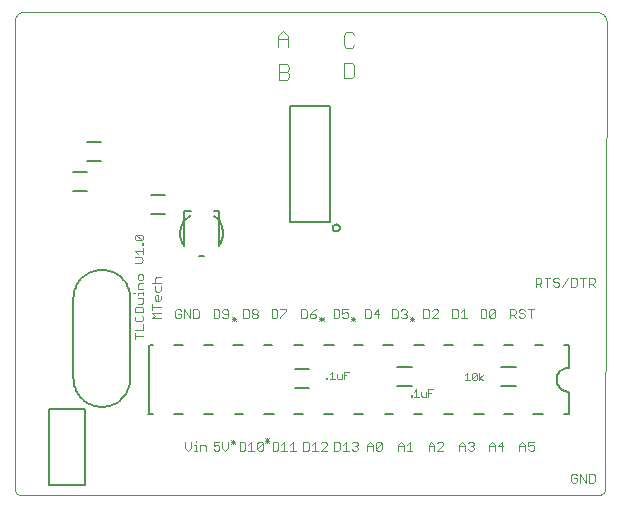
<source format=gto>
G75*
G70*
%OFA0B0*%
%FSLAX24Y24*%
%IPPOS*%
%LPD*%
%AMOC8*
5,1,8,0,0,1.08239X$1,22.5*
%
%ADD10C,0.0000*%
%ADD11C,0.0030*%
%ADD12C,0.0020*%
%ADD13C,0.0040*%
%ADD14C,0.0060*%
%ADD15C,0.0050*%
D10*
X002348Y003185D02*
X021596Y003185D01*
X021596Y003184D02*
X021625Y003181D01*
X021654Y003182D01*
X021683Y003186D01*
X021711Y003193D01*
X021739Y003204D01*
X021764Y003218D01*
X021788Y003235D01*
X021810Y003255D01*
X021829Y003278D01*
X021845Y003302D01*
X021858Y003328D01*
X021868Y003356D01*
X021875Y003385D01*
X021874Y003385D02*
X021914Y018935D01*
X021913Y018970D01*
X021909Y019004D01*
X021901Y019037D01*
X021890Y019070D01*
X021875Y019101D01*
X021857Y019131D01*
X021836Y019158D01*
X021813Y019183D01*
X021787Y019206D01*
X021759Y019225D01*
X021728Y019242D01*
X021697Y019255D01*
X021664Y019265D01*
X021630Y019272D01*
X021595Y019275D01*
X002456Y019275D01*
X002425Y019272D01*
X002394Y019265D01*
X002364Y019255D01*
X002335Y019241D01*
X002309Y019224D01*
X002284Y019204D01*
X002262Y019182D01*
X002243Y019156D01*
X002227Y019129D01*
X002214Y019100D01*
X002205Y019070D01*
X002199Y019039D01*
X002197Y019008D01*
X002187Y003394D01*
X002188Y003394D02*
X002186Y003370D01*
X002187Y003345D01*
X002192Y003321D01*
X002199Y003298D01*
X002210Y003276D01*
X002224Y003255D01*
X002240Y003237D01*
X002258Y003221D01*
X002279Y003207D01*
X002301Y003197D01*
X002324Y003189D01*
X002348Y003185D01*
D11*
X007867Y004753D02*
X007964Y004657D01*
X008061Y004753D01*
X008061Y004947D01*
X008162Y004850D02*
X008210Y004850D01*
X008210Y004657D01*
X008162Y004657D02*
X008259Y004657D01*
X008359Y004657D02*
X008359Y004850D01*
X008504Y004850D01*
X008552Y004802D01*
X008552Y004657D01*
X008812Y004705D02*
X008861Y004657D01*
X008957Y004657D01*
X009006Y004705D01*
X009006Y004802D01*
X008957Y004850D01*
X008909Y004850D01*
X008812Y004802D01*
X008812Y004947D01*
X009006Y004947D01*
X009107Y004947D02*
X009107Y004753D01*
X009204Y004657D01*
X009300Y004753D01*
X009300Y004947D01*
X009678Y004947D02*
X009678Y004657D01*
X009824Y004657D01*
X009872Y004705D01*
X009872Y004898D01*
X009824Y004947D01*
X009678Y004947D01*
X009973Y004850D02*
X010070Y004947D01*
X010070Y004657D01*
X009973Y004657D02*
X010167Y004657D01*
X010268Y004705D02*
X010461Y004898D01*
X010461Y004705D01*
X010413Y004657D01*
X010316Y004657D01*
X010268Y004705D01*
X010268Y004898D01*
X010316Y004947D01*
X010413Y004947D01*
X010461Y004898D01*
X010781Y004947D02*
X010781Y004657D01*
X010926Y004657D01*
X010974Y004705D01*
X010974Y004898D01*
X010926Y004947D01*
X010781Y004947D01*
X011075Y004850D02*
X011172Y004947D01*
X011172Y004657D01*
X011075Y004657D02*
X011269Y004657D01*
X011370Y004657D02*
X011564Y004657D01*
X011467Y004657D02*
X011467Y004947D01*
X011370Y004850D01*
X011804Y004947D02*
X011804Y004657D01*
X011950Y004657D01*
X011998Y004705D01*
X011998Y004898D01*
X011950Y004947D01*
X011804Y004947D01*
X012099Y004850D02*
X012196Y004947D01*
X012196Y004657D01*
X012099Y004657D02*
X012293Y004657D01*
X012394Y004657D02*
X012587Y004850D01*
X012587Y004898D01*
X012539Y004947D01*
X012442Y004947D01*
X012394Y004898D01*
X012394Y004657D02*
X012587Y004657D01*
X012828Y004657D02*
X012828Y004947D01*
X012973Y004947D01*
X013022Y004898D01*
X013022Y004705D01*
X012973Y004657D01*
X012828Y004657D01*
X013123Y004657D02*
X013316Y004657D01*
X013219Y004657D02*
X013219Y004947D01*
X013123Y004850D01*
X013417Y004898D02*
X013466Y004947D01*
X013562Y004947D01*
X013611Y004898D01*
X013611Y004850D01*
X013562Y004802D01*
X013611Y004753D01*
X013611Y004705D01*
X013562Y004657D01*
X013466Y004657D01*
X013417Y004705D01*
X013514Y004802D02*
X013562Y004802D01*
X013930Y004802D02*
X014124Y004802D01*
X014124Y004850D02*
X014124Y004657D01*
X014225Y004705D02*
X014419Y004898D01*
X014419Y004705D01*
X014370Y004657D01*
X014273Y004657D01*
X014225Y004705D01*
X014225Y004898D01*
X014273Y004947D01*
X014370Y004947D01*
X014419Y004898D01*
X014124Y004850D02*
X014027Y004947D01*
X013930Y004850D01*
X013930Y004657D01*
X014954Y004657D02*
X014954Y004850D01*
X015051Y004947D01*
X015148Y004850D01*
X015148Y004657D01*
X015249Y004657D02*
X015442Y004657D01*
X015345Y004657D02*
X015345Y004947D01*
X015249Y004850D01*
X015148Y004802D02*
X014954Y004802D01*
X015978Y004802D02*
X016171Y004802D01*
X016171Y004850D02*
X016171Y004657D01*
X016272Y004657D02*
X016466Y004850D01*
X016466Y004898D01*
X016417Y004947D01*
X016321Y004947D01*
X016272Y004898D01*
X016171Y004850D02*
X016074Y004947D01*
X015978Y004850D01*
X015978Y004657D01*
X016272Y004657D02*
X016466Y004657D01*
X017001Y004657D02*
X017001Y004850D01*
X017098Y004947D01*
X017195Y004850D01*
X017195Y004657D01*
X017296Y004705D02*
X017344Y004657D01*
X017441Y004657D01*
X017489Y004705D01*
X017489Y004753D01*
X017441Y004802D01*
X017393Y004802D01*
X017441Y004802D02*
X017489Y004850D01*
X017489Y004898D01*
X017441Y004947D01*
X017344Y004947D01*
X017296Y004898D01*
X017195Y004802D02*
X017001Y004802D01*
X017986Y004802D02*
X018179Y004802D01*
X018179Y004850D02*
X018179Y004657D01*
X018280Y004802D02*
X018474Y004802D01*
X018425Y004947D02*
X018280Y004802D01*
X018179Y004850D02*
X018082Y004947D01*
X017986Y004850D01*
X017986Y004657D01*
X018425Y004657D02*
X018425Y004947D01*
X019009Y004850D02*
X019009Y004657D01*
X019009Y004802D02*
X019203Y004802D01*
X019203Y004850D02*
X019203Y004657D01*
X019304Y004705D02*
X019352Y004657D01*
X019449Y004657D01*
X019497Y004705D01*
X019497Y004802D01*
X019449Y004850D01*
X019401Y004850D01*
X019304Y004802D01*
X019304Y004947D01*
X019497Y004947D01*
X019203Y004850D02*
X019106Y004947D01*
X019009Y004850D01*
X020728Y003830D02*
X020728Y003637D01*
X020776Y003589D01*
X020873Y003589D01*
X020921Y003637D01*
X020921Y003734D01*
X020824Y003734D01*
X020728Y003830D02*
X020776Y003879D01*
X020873Y003879D01*
X020921Y003830D01*
X021022Y003879D02*
X021216Y003589D01*
X021216Y003879D01*
X021317Y003879D02*
X021462Y003879D01*
X021510Y003830D01*
X021510Y003637D01*
X021462Y003589D01*
X021317Y003589D01*
X021317Y003879D01*
X021022Y003879D02*
X021022Y003589D01*
X019380Y009084D02*
X019380Y009374D01*
X019284Y009374D02*
X019477Y009374D01*
X019182Y009326D02*
X019134Y009374D01*
X019037Y009374D01*
X018989Y009326D01*
X018989Y009278D01*
X019037Y009229D01*
X019134Y009229D01*
X019182Y009181D01*
X019182Y009132D01*
X019134Y009084D01*
X019037Y009084D01*
X018989Y009132D01*
X018888Y009084D02*
X018791Y009181D01*
X018839Y009181D02*
X018694Y009181D01*
X018694Y009084D02*
X018694Y009374D01*
X018839Y009374D01*
X018888Y009326D01*
X018888Y009229D01*
X018839Y009181D01*
X018199Y009127D02*
X018151Y009079D01*
X018054Y009079D01*
X018006Y009127D01*
X018199Y009321D01*
X018199Y009127D01*
X018006Y009127D02*
X018006Y009321D01*
X018054Y009369D01*
X018151Y009369D01*
X018199Y009321D01*
X017905Y009321D02*
X017856Y009369D01*
X017711Y009369D01*
X017711Y009079D01*
X017856Y009079D01*
X017905Y009127D01*
X017905Y009321D01*
X017254Y009079D02*
X017061Y009079D01*
X017158Y009079D02*
X017158Y009369D01*
X017061Y009273D01*
X016960Y009321D02*
X016911Y009369D01*
X016766Y009369D01*
X016766Y009079D01*
X016911Y009079D01*
X016960Y009127D01*
X016960Y009321D01*
X016291Y009321D02*
X016243Y009369D01*
X016146Y009369D01*
X016098Y009321D01*
X015997Y009321D02*
X015948Y009369D01*
X015803Y009369D01*
X015803Y009079D01*
X015948Y009079D01*
X015997Y009127D01*
X015997Y009321D01*
X016098Y009079D02*
X016291Y009273D01*
X016291Y009321D01*
X016291Y009079D02*
X016098Y009079D01*
X015247Y009127D02*
X015198Y009079D01*
X015101Y009079D01*
X015053Y009127D01*
X014952Y009127D02*
X014952Y009321D01*
X014904Y009369D01*
X014758Y009369D01*
X014758Y009079D01*
X014904Y009079D01*
X014952Y009127D01*
X015053Y009321D02*
X015101Y009369D01*
X015198Y009369D01*
X015247Y009321D01*
X015247Y009273D01*
X015198Y009224D01*
X015247Y009176D01*
X015247Y009127D01*
X015198Y009224D02*
X015150Y009224D01*
X014341Y009224D02*
X014148Y009224D01*
X014293Y009369D01*
X014293Y009079D01*
X014046Y009127D02*
X014046Y009321D01*
X013998Y009369D01*
X013853Y009369D01*
X013853Y009079D01*
X013998Y009079D01*
X014046Y009127D01*
X013299Y009127D02*
X013251Y009079D01*
X013154Y009079D01*
X013106Y009127D01*
X013106Y009224D02*
X013203Y009273D01*
X013251Y009273D01*
X013299Y009224D01*
X013299Y009127D01*
X013106Y009224D02*
X013106Y009369D01*
X013299Y009369D01*
X013005Y009321D02*
X012956Y009369D01*
X012811Y009369D01*
X012811Y009079D01*
X012956Y009079D01*
X013005Y009127D01*
X013005Y009321D01*
X012215Y009369D02*
X012118Y009321D01*
X012022Y009224D01*
X012167Y009224D01*
X012215Y009176D01*
X012215Y009127D01*
X012167Y009079D01*
X012070Y009079D01*
X012022Y009127D01*
X012022Y009224D01*
X011920Y009127D02*
X011920Y009321D01*
X011872Y009369D01*
X011727Y009369D01*
X011727Y009079D01*
X011872Y009079D01*
X011920Y009127D01*
X011231Y009321D02*
X011037Y009127D01*
X011037Y009079D01*
X010936Y009127D02*
X010936Y009321D01*
X010888Y009369D01*
X010743Y009369D01*
X010743Y009079D01*
X010888Y009079D01*
X010936Y009127D01*
X011037Y009369D02*
X011231Y009369D01*
X011231Y009321D01*
X010286Y009321D02*
X010286Y009273D01*
X010238Y009224D01*
X010141Y009224D01*
X010092Y009273D01*
X010092Y009321D01*
X010141Y009369D01*
X010238Y009369D01*
X010286Y009321D01*
X010238Y009224D02*
X010286Y009176D01*
X010286Y009127D01*
X010238Y009079D01*
X010141Y009079D01*
X010092Y009127D01*
X010092Y009176D01*
X010141Y009224D01*
X009991Y009127D02*
X009991Y009321D01*
X009943Y009369D01*
X009798Y009369D01*
X009798Y009079D01*
X009943Y009079D01*
X009991Y009127D01*
X009302Y009127D02*
X009253Y009079D01*
X009157Y009079D01*
X009108Y009127D01*
X009007Y009127D02*
X009007Y009321D01*
X008959Y009369D01*
X008814Y009369D01*
X008814Y009079D01*
X008959Y009079D01*
X009007Y009127D01*
X009108Y009273D02*
X009157Y009224D01*
X009302Y009224D01*
X009302Y009127D02*
X009302Y009321D01*
X009253Y009369D01*
X009157Y009369D01*
X009108Y009321D01*
X009108Y009273D01*
X008317Y009321D02*
X008269Y009369D01*
X008124Y009369D01*
X008124Y009079D01*
X008269Y009079D01*
X008317Y009127D01*
X008317Y009321D01*
X008023Y009369D02*
X008023Y009079D01*
X007829Y009369D01*
X007829Y009079D01*
X007728Y009127D02*
X007728Y009224D01*
X007631Y009224D01*
X007535Y009127D02*
X007583Y009079D01*
X007680Y009079D01*
X007728Y009127D01*
X007535Y009127D02*
X007535Y009321D01*
X007583Y009369D01*
X007680Y009369D01*
X007728Y009321D01*
X007050Y009258D02*
X006759Y009258D01*
X006856Y009161D01*
X006759Y009064D01*
X007050Y009064D01*
X007050Y009456D02*
X006759Y009456D01*
X006759Y009359D02*
X006759Y009553D01*
X006904Y009654D02*
X006856Y009702D01*
X006856Y009799D01*
X006904Y009847D01*
X006953Y009847D01*
X006953Y009654D01*
X007001Y009654D02*
X006904Y009654D01*
X007001Y009654D02*
X007050Y009702D01*
X007050Y009799D01*
X007001Y009948D02*
X006904Y009948D01*
X006856Y009997D01*
X006856Y010142D01*
X006904Y010243D02*
X006856Y010291D01*
X006856Y010388D01*
X006904Y010436D01*
X007050Y010436D01*
X007050Y010243D02*
X006759Y010243D01*
X006471Y010242D02*
X006326Y010242D01*
X006277Y010193D01*
X006277Y010048D01*
X006471Y010048D01*
X006471Y009949D02*
X006471Y009852D01*
X006471Y009900D02*
X006277Y009900D01*
X006277Y009852D01*
X006277Y009751D02*
X006471Y009751D01*
X006471Y009606D01*
X006422Y009557D01*
X006277Y009557D01*
X006229Y009456D02*
X006181Y009408D01*
X006181Y009263D01*
X006471Y009263D01*
X006471Y009408D01*
X006422Y009456D01*
X006229Y009456D01*
X006229Y009161D02*
X006181Y009113D01*
X006181Y009016D01*
X006229Y008968D01*
X006422Y008968D01*
X006471Y009016D01*
X006471Y009113D01*
X006422Y009161D01*
X006471Y008867D02*
X006471Y008673D01*
X006181Y008673D01*
X006181Y008572D02*
X006181Y008379D01*
X006181Y008475D02*
X006471Y008475D01*
X006181Y009900D02*
X006132Y009900D01*
X006326Y010343D02*
X006422Y010343D01*
X006471Y010391D01*
X006471Y010488D01*
X006422Y010536D01*
X006326Y010536D01*
X006277Y010488D01*
X006277Y010391D01*
X006326Y010343D01*
X006376Y010926D02*
X006183Y010926D01*
X006376Y010926D02*
X006473Y011023D01*
X006376Y011119D01*
X006183Y011119D01*
X006279Y011221D02*
X006183Y011317D01*
X006473Y011317D01*
X006473Y011221D02*
X006473Y011414D01*
X006473Y011515D02*
X006473Y011564D01*
X006425Y011564D01*
X006425Y011515D01*
X006473Y011515D01*
X006425Y011662D02*
X006231Y011856D01*
X006425Y011856D01*
X006473Y011808D01*
X006473Y011711D01*
X006425Y011662D01*
X006231Y011662D01*
X006183Y011711D01*
X006183Y011808D01*
X006231Y011856D01*
X007050Y010142D02*
X007050Y009997D01*
X007001Y009948D01*
X007867Y004947D02*
X007867Y004753D01*
X008210Y004947D02*
X008210Y004995D01*
X019549Y010124D02*
X019549Y010414D01*
X019694Y010414D01*
X019742Y010366D01*
X019742Y010269D01*
X019694Y010221D01*
X019549Y010221D01*
X019646Y010221D02*
X019742Y010124D01*
X019940Y010124D02*
X019940Y010414D01*
X019844Y010414D02*
X020037Y010414D01*
X020138Y010366D02*
X020138Y010317D01*
X020187Y010269D01*
X020283Y010269D01*
X020332Y010221D01*
X020332Y010172D01*
X020283Y010124D01*
X020187Y010124D01*
X020138Y010172D01*
X020138Y010366D02*
X020187Y010414D01*
X020283Y010414D01*
X020332Y010366D01*
X020433Y010124D02*
X020626Y010414D01*
X020728Y010414D02*
X020728Y010124D01*
X020873Y010124D01*
X020921Y010172D01*
X020921Y010366D01*
X020873Y010414D01*
X020728Y010414D01*
X021022Y010414D02*
X021216Y010414D01*
X021119Y010414D02*
X021119Y010124D01*
X021317Y010124D02*
X021317Y010414D01*
X021462Y010414D01*
X021510Y010366D01*
X021510Y010269D01*
X021462Y010221D01*
X021317Y010221D01*
X021414Y010221D02*
X021510Y010124D01*
D12*
X017782Y007163D02*
X017664Y007084D01*
X017782Y007006D01*
X017664Y007006D02*
X017664Y007242D01*
X017585Y007202D02*
X017428Y007045D01*
X017467Y007006D01*
X017546Y007006D01*
X017585Y007045D01*
X017585Y007202D01*
X017546Y007242D01*
X017467Y007242D01*
X017428Y007202D01*
X017428Y007045D01*
X017350Y007006D02*
X017192Y007006D01*
X017271Y007006D02*
X017271Y007242D01*
X017192Y007163D01*
X016122Y006697D02*
X015965Y006697D01*
X015965Y006461D01*
X015887Y006461D02*
X015887Y006618D01*
X015965Y006579D02*
X016044Y006579D01*
X015887Y006461D02*
X015769Y006461D01*
X015729Y006500D01*
X015729Y006618D01*
X015572Y006697D02*
X015572Y006461D01*
X015494Y006461D02*
X015651Y006461D01*
X015494Y006618D02*
X015572Y006697D01*
X015415Y006500D02*
X015415Y006461D01*
X015376Y006461D01*
X015376Y006500D01*
X015415Y006500D01*
X013315Y007284D02*
X013158Y007284D01*
X013158Y007048D01*
X013080Y007048D02*
X013080Y007205D01*
X013158Y007166D02*
X013236Y007166D01*
X013080Y007048D02*
X012961Y007048D01*
X012922Y007087D01*
X012922Y007205D01*
X012844Y007048D02*
X012687Y007048D01*
X012765Y007048D02*
X012765Y007284D01*
X012687Y007205D01*
X012608Y007087D02*
X012608Y007048D01*
X012569Y007048D01*
X012569Y007087D01*
X012608Y007087D01*
X012477Y008976D02*
X012330Y009123D01*
X012330Y009049D02*
X012477Y009049D01*
X012477Y009123D02*
X012330Y008976D01*
X012404Y008976D02*
X012404Y009123D01*
X013393Y009123D02*
X013540Y008976D01*
X013467Y008976D02*
X013467Y009123D01*
X013540Y009123D02*
X013393Y008976D01*
X013393Y009049D02*
X013540Y009049D01*
X015362Y009049D02*
X015509Y009049D01*
X015509Y008976D02*
X015362Y009123D01*
X015435Y009123D02*
X015435Y008976D01*
X015362Y008976D02*
X015509Y009123D01*
X010666Y005067D02*
X010519Y004921D01*
X010519Y004994D02*
X010666Y004994D01*
X010666Y004921D02*
X010519Y005067D01*
X010593Y005067D02*
X010593Y004921D01*
X009524Y004955D02*
X009378Y004955D01*
X009378Y005028D02*
X009524Y004881D01*
X009451Y004881D02*
X009451Y005028D01*
X009524Y005028D02*
X009378Y004881D01*
X009417Y008976D02*
X009564Y009123D01*
X009490Y009123D02*
X009490Y008976D01*
X009564Y008976D02*
X009417Y009123D01*
X009417Y009049D02*
X009564Y009049D01*
D13*
X010987Y017024D02*
X011247Y017024D01*
X011334Y017111D01*
X011334Y017197D01*
X011247Y017284D01*
X010987Y017284D01*
X011247Y017284D02*
X011334Y017371D01*
X011334Y017457D01*
X011247Y017544D01*
X010987Y017544D01*
X010987Y017024D01*
X010947Y018126D02*
X010947Y018473D01*
X011121Y018647D01*
X011294Y018473D01*
X011294Y018126D01*
X011294Y018386D02*
X010947Y018386D01*
X013152Y018520D02*
X013152Y018174D01*
X013239Y018087D01*
X013412Y018087D01*
X013499Y018174D01*
X013499Y018520D02*
X013412Y018607D01*
X013239Y018607D01*
X013152Y018520D01*
X013152Y017584D02*
X013412Y017584D01*
X013499Y017497D01*
X013499Y017150D01*
X013412Y017063D01*
X013152Y017063D01*
X013152Y017584D01*
D14*
X007187Y013185D02*
X006715Y013185D01*
X006715Y012555D02*
X007187Y012555D01*
X005061Y014327D02*
X004589Y014327D01*
X004589Y013933D02*
X004116Y013933D01*
X004116Y013303D02*
X004589Y013303D01*
X004589Y014957D02*
X005061Y014957D01*
X006645Y008173D02*
X006645Y005873D01*
X011514Y006749D02*
X011986Y006749D01*
X011986Y007379D02*
X011514Y007379D01*
X014939Y007434D02*
X015411Y007434D01*
X015411Y006804D02*
X014939Y006804D01*
X016479Y005881D02*
X016794Y005881D01*
X017503Y005881D02*
X017818Y005881D01*
X018487Y005881D02*
X018802Y005881D01*
X019471Y005881D02*
X019786Y005881D01*
X020495Y005873D02*
X020645Y005873D01*
X020645Y006623D01*
X020606Y006625D01*
X020567Y006631D01*
X020529Y006640D01*
X020492Y006653D01*
X020456Y006670D01*
X020423Y006690D01*
X020391Y006714D01*
X020362Y006740D01*
X020336Y006769D01*
X020312Y006801D01*
X020292Y006834D01*
X020275Y006870D01*
X020262Y006907D01*
X020253Y006945D01*
X020247Y006984D01*
X020245Y007023D01*
X020247Y007062D01*
X020253Y007101D01*
X020262Y007139D01*
X020275Y007176D01*
X020292Y007212D01*
X020312Y007245D01*
X020336Y007277D01*
X020362Y007306D01*
X020391Y007332D01*
X020423Y007356D01*
X020456Y007376D01*
X020492Y007393D01*
X020529Y007406D01*
X020567Y007415D01*
X020606Y007421D01*
X020645Y007423D01*
X020645Y008173D01*
X020495Y008173D01*
X018876Y007437D02*
X018404Y007437D01*
X018404Y006807D02*
X018876Y006807D01*
D15*
X018802Y008164D02*
X018487Y008164D01*
X017778Y008164D02*
X017503Y008164D01*
X016794Y008164D02*
X016479Y008164D01*
X015810Y008164D02*
X015495Y008164D01*
X014786Y008164D02*
X014471Y008164D01*
X013802Y008164D02*
X013487Y008164D01*
X012818Y008164D02*
X012503Y008164D01*
X011794Y008164D02*
X011479Y008164D01*
X010771Y008164D02*
X010495Y008164D01*
X009786Y008164D02*
X009471Y008164D01*
X008802Y008164D02*
X008487Y008164D01*
X007778Y008164D02*
X007503Y008164D01*
X006794Y008164D02*
X006676Y008164D01*
X006032Y007023D02*
X006032Y009740D01*
X006030Y009801D01*
X006024Y009861D01*
X006015Y009921D01*
X006001Y009980D01*
X005984Y010038D01*
X005963Y010095D01*
X005938Y010150D01*
X005910Y010204D01*
X005879Y010256D01*
X005844Y010305D01*
X005807Y010353D01*
X005766Y010397D01*
X005722Y010440D01*
X005676Y010479D01*
X005628Y010515D01*
X005577Y010548D01*
X005524Y010578D01*
X005470Y010604D01*
X005413Y010627D01*
X005356Y010646D01*
X005297Y010661D01*
X005238Y010673D01*
X005178Y010681D01*
X005117Y010685D01*
X005057Y010685D01*
X004996Y010681D01*
X004936Y010673D01*
X004877Y010661D01*
X004818Y010646D01*
X004761Y010627D01*
X004704Y010604D01*
X004650Y010578D01*
X004597Y010548D01*
X004546Y010515D01*
X004498Y010479D01*
X004452Y010440D01*
X004408Y010397D01*
X004367Y010353D01*
X004330Y010305D01*
X004295Y010256D01*
X004264Y010204D01*
X004236Y010150D01*
X004211Y010095D01*
X004190Y010038D01*
X004173Y009980D01*
X004159Y009921D01*
X004150Y009861D01*
X004144Y009801D01*
X004142Y009740D01*
X004142Y007063D01*
X004144Y007002D01*
X004150Y006942D01*
X004159Y006882D01*
X004173Y006823D01*
X004190Y006765D01*
X004211Y006708D01*
X004236Y006653D01*
X004264Y006599D01*
X004295Y006547D01*
X004330Y006498D01*
X004367Y006450D01*
X004408Y006406D01*
X004452Y006363D01*
X004498Y006324D01*
X004546Y006288D01*
X004597Y006255D01*
X004650Y006225D01*
X004704Y006199D01*
X004761Y006176D01*
X004818Y006157D01*
X004877Y006142D01*
X004936Y006130D01*
X004996Y006122D01*
X005057Y006118D01*
X005117Y006118D01*
X005178Y006122D01*
X005238Y006130D01*
X005297Y006142D01*
X005356Y006157D01*
X005413Y006176D01*
X005470Y006199D01*
X005524Y006225D01*
X005577Y006255D01*
X005628Y006288D01*
X005676Y006324D01*
X005722Y006363D01*
X005766Y006406D01*
X005807Y006450D01*
X005844Y006498D01*
X005879Y006547D01*
X005910Y006599D01*
X005938Y006653D01*
X005963Y006708D01*
X005984Y006765D01*
X006001Y006823D01*
X006015Y006882D01*
X006024Y006942D01*
X006030Y007002D01*
X006032Y007063D01*
X006637Y005881D02*
X006794Y005881D01*
X007503Y005881D02*
X007778Y005881D01*
X008487Y005881D02*
X008802Y005881D01*
X009511Y005881D02*
X009786Y005881D01*
X010495Y005881D02*
X010810Y005881D01*
X011479Y005881D02*
X011794Y005881D01*
X012503Y005881D02*
X012778Y005881D01*
X013487Y005881D02*
X013802Y005881D01*
X014511Y005881D02*
X014786Y005881D01*
X015495Y005881D02*
X015771Y005881D01*
X019511Y008164D02*
X019786Y008164D01*
X012778Y012083D02*
X012780Y012104D01*
X012786Y012124D01*
X012795Y012144D01*
X012807Y012161D01*
X012822Y012175D01*
X012840Y012187D01*
X012860Y012195D01*
X012880Y012200D01*
X012901Y012201D01*
X012922Y012198D01*
X012942Y012192D01*
X012961Y012181D01*
X012978Y012168D01*
X012991Y012152D01*
X013002Y012134D01*
X013010Y012114D01*
X013014Y012094D01*
X013014Y012072D01*
X013010Y012052D01*
X013002Y012032D01*
X012991Y012014D01*
X012978Y011998D01*
X012961Y011985D01*
X012942Y011974D01*
X012922Y011968D01*
X012901Y011965D01*
X012880Y011966D01*
X012860Y011971D01*
X012840Y011979D01*
X012822Y011991D01*
X012807Y012005D01*
X012795Y012022D01*
X012786Y012042D01*
X012780Y012062D01*
X012778Y012083D01*
X012699Y012279D02*
X011360Y012279D01*
X011360Y016138D01*
X012699Y016138D01*
X012699Y012279D01*
X008998Y012634D02*
X008998Y011492D01*
X008486Y011138D02*
X008329Y011138D01*
X007817Y011492D02*
X007817Y012634D01*
X008053Y012634D01*
X008841Y012634D02*
X008998Y012634D01*
X008833Y012492D02*
X008874Y012459D01*
X008913Y012422D01*
X008949Y012383D01*
X008982Y012341D01*
X009011Y012297D01*
X009038Y012250D01*
X009061Y012203D01*
X009081Y012153D01*
X009097Y012102D01*
X009109Y012050D01*
X009117Y011998D01*
X009122Y011945D01*
X009123Y011892D01*
X009120Y011839D01*
X009113Y011786D01*
X009102Y011734D01*
X009088Y011682D01*
X009070Y011632D01*
X009048Y011584D01*
X009023Y011537D01*
X008995Y011492D01*
X007817Y011491D02*
X007790Y011535D01*
X007766Y011580D01*
X007746Y011627D01*
X007729Y011675D01*
X007716Y011725D01*
X007706Y011775D01*
X007700Y011826D01*
X007697Y011877D01*
X007698Y011928D01*
X007703Y011979D01*
X007712Y012029D01*
X007724Y012079D01*
X007739Y012128D01*
X007759Y012175D01*
X007781Y012221D01*
X007807Y012265D01*
X007836Y012307D01*
X007868Y012347D01*
X007902Y012385D01*
X007940Y012420D01*
X007979Y012452D01*
X008021Y012482D01*
X008065Y012508D01*
X004539Y006041D02*
X003319Y006041D01*
X003319Y003521D01*
X004539Y003521D01*
X004539Y006041D01*
M02*

</source>
